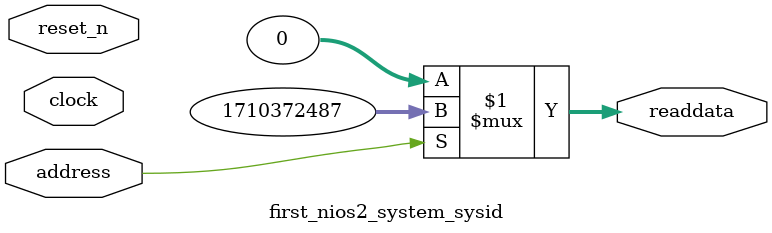
<source format=v>



// synthesis translate_off
`timescale 1ns / 1ps
// synthesis translate_on

// turn off superfluous verilog processor warnings 
// altera message_level Level1 
// altera message_off 10034 10035 10036 10037 10230 10240 10030 

module first_nios2_system_sysid (
               // inputs:
                address,
                clock,
                reset_n,

               // outputs:
                readdata
             )
;

  output  [ 31: 0] readdata;
  input            address;
  input            clock;
  input            reset_n;

  wire    [ 31: 0] readdata;
  //control_slave, which is an e_avalon_slave
  assign readdata = address ? 1710372487 : 0;

endmodule



</source>
